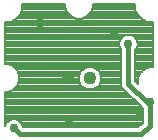
<source format=gbl>
G75*
%MOIN*%
%OFA0B0*%
%FSLAX24Y24*%
%IPPOS*%
%LPD*%
%AMOC8*
5,1,8,0,0,1.08239X$1,22.5*
%
%ADD10C,0.0436*%
%ADD11C,0.0079*%
%ADD12C,0.0302*%
%ADD13C,0.0157*%
D10*
X002698Y003091D03*
X003446Y003091D03*
D11*
X003728Y002842D02*
X004490Y002842D01*
X004490Y002797D02*
X005171Y002116D01*
X005173Y002110D01*
X005198Y002084D01*
X005198Y001595D01*
X005061Y001457D01*
X001215Y001457D01*
X001215Y001479D01*
X001168Y001593D01*
X001082Y001680D01*
X000968Y001726D01*
X000846Y001726D01*
X000732Y001680D01*
X000646Y001593D01*
X000612Y001511D01*
X000612Y002616D01*
X000706Y002616D01*
X000881Y002688D01*
X001015Y002822D01*
X001087Y002997D01*
X001087Y003186D01*
X001015Y003361D01*
X000881Y003495D01*
X000706Y003567D01*
X000612Y003567D01*
X000612Y004980D01*
X000616Y004978D01*
X000805Y004978D01*
X000980Y005050D01*
X001113Y005184D01*
X001186Y005359D01*
X001186Y005548D01*
X001184Y005552D01*
X002597Y005552D01*
X002597Y005457D01*
X002669Y005283D01*
X002803Y005149D01*
X002978Y005076D01*
X003167Y005076D01*
X003342Y005149D01*
X003476Y005283D01*
X003548Y005457D01*
X003548Y005552D01*
X004961Y005552D01*
X004959Y005548D01*
X004959Y005359D01*
X005031Y005184D01*
X005165Y005050D01*
X005340Y004978D01*
X005529Y004978D01*
X005533Y004980D01*
X005533Y003469D01*
X005438Y003469D01*
X005264Y003396D01*
X005130Y003262D01*
X005057Y003088D01*
X005057Y002898D01*
X005058Y002896D01*
X004962Y002992D01*
X004962Y004033D01*
X004987Y004058D01*
X005034Y004172D01*
X005034Y004294D01*
X004987Y004408D01*
X004901Y004494D01*
X004787Y004541D01*
X004665Y004541D01*
X004551Y004494D01*
X004465Y004408D01*
X004418Y004294D01*
X004418Y004172D01*
X004465Y004058D01*
X004490Y004033D01*
X004490Y002797D01*
X004522Y002765D02*
X003639Y002765D01*
X003659Y002773D02*
X003765Y002879D01*
X003822Y003017D01*
X003822Y003166D01*
X003765Y003304D01*
X003659Y003410D01*
X003521Y003467D01*
X003372Y003467D01*
X003234Y003410D01*
X003128Y003304D01*
X003071Y003166D01*
X003071Y003017D01*
X003128Y002879D01*
X003234Y002773D01*
X003372Y002716D01*
X003521Y002716D01*
X003659Y002773D01*
X003782Y002919D02*
X004490Y002919D01*
X004490Y002996D02*
X003814Y002996D01*
X003822Y003074D02*
X004490Y003074D01*
X004490Y003151D02*
X003822Y003151D01*
X003796Y003228D02*
X004490Y003228D01*
X004490Y003305D02*
X003764Y003305D01*
X003686Y003383D02*
X004490Y003383D01*
X004490Y003460D02*
X003538Y003460D01*
X003355Y003460D02*
X000916Y003460D01*
X000993Y003383D02*
X003207Y003383D01*
X003129Y003305D02*
X001038Y003305D01*
X001070Y003228D02*
X003097Y003228D01*
X003071Y003151D02*
X001087Y003151D01*
X001087Y003074D02*
X003071Y003074D01*
X003079Y002996D02*
X001087Y002996D01*
X001055Y002919D02*
X003111Y002919D01*
X003165Y002842D02*
X001023Y002842D01*
X000958Y002765D02*
X003253Y002765D01*
X002817Y001674D02*
X002738Y001674D01*
X001195Y001529D02*
X005133Y001529D01*
X005198Y001606D02*
X001155Y001606D01*
X001072Y001683D02*
X005198Y001683D01*
X005198Y001761D02*
X000612Y001761D01*
X000612Y001838D02*
X005198Y001838D01*
X005198Y001915D02*
X000612Y001915D01*
X000612Y001992D02*
X005198Y001992D01*
X005198Y002070D02*
X000612Y002070D01*
X000612Y002147D02*
X005140Y002147D01*
X005062Y002224D02*
X000612Y002224D01*
X000612Y002301D02*
X004985Y002301D01*
X004908Y002379D02*
X000612Y002379D01*
X000612Y002456D02*
X004831Y002456D01*
X004753Y002533D02*
X000612Y002533D01*
X000612Y002610D02*
X004676Y002610D01*
X004599Y002688D02*
X000880Y002688D01*
X000778Y003537D02*
X004490Y003537D01*
X004490Y003614D02*
X000612Y003614D01*
X000612Y003692D02*
X004490Y003692D01*
X004490Y003769D02*
X000612Y003769D01*
X000612Y003846D02*
X004490Y003846D01*
X004490Y003923D02*
X000612Y003923D01*
X000612Y004001D02*
X004490Y004001D01*
X004457Y004078D02*
X000612Y004078D01*
X000612Y004155D02*
X004425Y004155D01*
X004418Y004232D02*
X000612Y004232D01*
X000612Y004310D02*
X004424Y004310D01*
X004456Y004387D02*
X000612Y004387D01*
X000612Y004464D02*
X004521Y004464D01*
X004664Y004541D02*
X000612Y004541D01*
X000612Y004619D02*
X005533Y004619D01*
X005533Y004541D02*
X004788Y004541D01*
X004931Y004464D02*
X005533Y004464D01*
X005533Y004387D02*
X004996Y004387D01*
X005028Y004310D02*
X005533Y004310D01*
X005533Y004232D02*
X005034Y004232D01*
X005027Y004155D02*
X005533Y004155D01*
X005533Y004078D02*
X004995Y004078D01*
X004962Y004001D02*
X005533Y004001D01*
X005533Y003923D02*
X004962Y003923D01*
X004962Y003846D02*
X005533Y003846D01*
X005533Y003769D02*
X004962Y003769D01*
X004962Y003692D02*
X005533Y003692D01*
X005533Y003614D02*
X004962Y003614D01*
X004962Y003537D02*
X005533Y003537D01*
X005418Y003460D02*
X004962Y003460D01*
X004962Y003383D02*
X005250Y003383D01*
X005173Y003305D02*
X004962Y003305D01*
X004962Y003228D02*
X005116Y003228D01*
X005084Y003151D02*
X004962Y003151D01*
X004962Y003074D02*
X005057Y003074D01*
X005057Y002996D02*
X004962Y002996D01*
X005035Y002919D02*
X005057Y002919D01*
X005533Y004696D02*
X000612Y004696D01*
X000612Y004773D02*
X005533Y004773D01*
X005533Y004850D02*
X000612Y004850D01*
X000612Y004927D02*
X005533Y004927D01*
X005275Y005005D02*
X000869Y005005D01*
X001011Y005082D02*
X002964Y005082D01*
X002793Y005159D02*
X001088Y005159D01*
X001135Y005236D02*
X002715Y005236D01*
X002656Y005314D02*
X001167Y005314D01*
X001186Y005391D02*
X002624Y005391D01*
X002597Y005468D02*
X001186Y005468D01*
X001186Y005545D02*
X002597Y005545D01*
X003181Y005082D02*
X005134Y005082D01*
X005056Y005159D02*
X003352Y005159D01*
X003430Y005236D02*
X005010Y005236D01*
X004978Y005314D02*
X003489Y005314D01*
X003521Y005391D02*
X004959Y005391D01*
X004959Y005468D02*
X003548Y005468D01*
X003548Y005545D02*
X004959Y005545D01*
X000742Y001683D02*
X000612Y001683D01*
X000612Y001606D02*
X000659Y001606D01*
X000619Y001529D02*
X000612Y001529D01*
D12*
X000907Y001418D03*
X002738Y001674D03*
X005080Y001950D03*
X005435Y002284D03*
X004726Y004233D03*
X004254Y004548D03*
X001793Y004942D03*
D13*
X001104Y001221D02*
X005159Y001221D01*
X005435Y001497D01*
X005435Y002284D01*
X005336Y002284D01*
X004726Y002894D01*
X004726Y004233D01*
X001104Y001221D02*
X000907Y001418D01*
M02*

</source>
